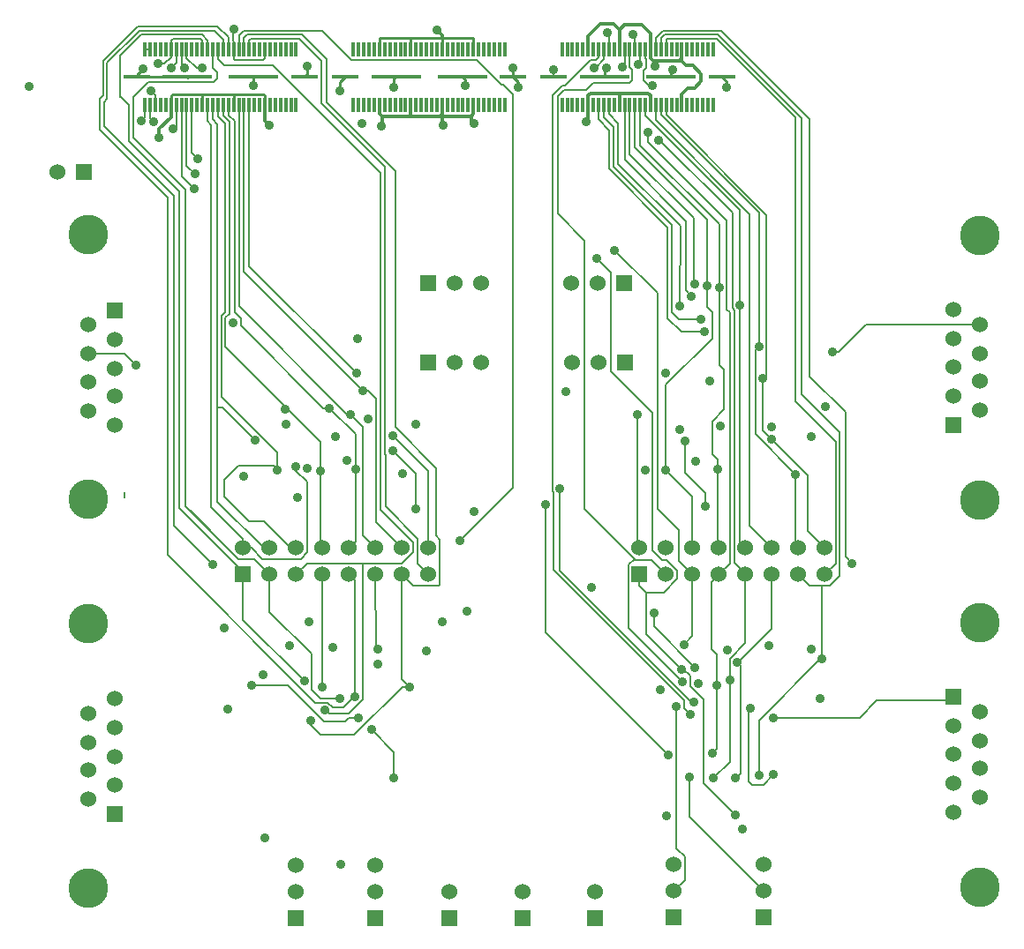
<source format=gbl>
G04 (created by PCBNEW (2013-05-09 BZR 4147)-testing) date 20/07/2013 09:35:41*
%MOIN*%
G04 Gerber Fmt 3.4, Leading zero omitted, Abs format*
%FSLAX34Y34*%
G01*
G70*
G90*
G04 APERTURE LIST*
%ADD10C,0.005906*%
%ADD11R,0.011800X0.057100*%
%ADD12R,0.100000X0.016900*%
%ADD13R,0.185000X0.016900*%
%ADD14C,0.150000*%
%ADD15R,0.060000X0.060000*%
%ADD16C,0.060000*%
%ADD17C,0.035000*%
%ADD18C,0.007000*%
%ADD19C,0.012000*%
%ADD20C,0.010000*%
G04 APERTURE END LIST*
G54D10*
G54D11*
X36496Y-21523D03*
X36496Y-19421D03*
X36693Y-21523D03*
X36693Y-19421D03*
X36889Y-21523D03*
X36889Y-19421D03*
X37086Y-21523D03*
X37086Y-19421D03*
X37283Y-21523D03*
X37283Y-19421D03*
X37480Y-21523D03*
X37480Y-19421D03*
X37677Y-21523D03*
X37677Y-19421D03*
X37874Y-21523D03*
X37874Y-19421D03*
X38070Y-21523D03*
X38070Y-19421D03*
X38267Y-21523D03*
X38267Y-19421D03*
X38464Y-21523D03*
X38464Y-19421D03*
X38661Y-21523D03*
X38661Y-19421D03*
X38858Y-21523D03*
X38858Y-19421D03*
X39055Y-21523D03*
X39055Y-19421D03*
X39252Y-21523D03*
X39252Y-19421D03*
X39448Y-21523D03*
X39448Y-19421D03*
X39645Y-21523D03*
X39645Y-19421D03*
X39842Y-21523D03*
X39842Y-19421D03*
X40039Y-21523D03*
X40039Y-19421D03*
X40236Y-21523D03*
X40236Y-19421D03*
X40433Y-21523D03*
X40433Y-19421D03*
X40630Y-21523D03*
X40630Y-19421D03*
X40826Y-21523D03*
X40826Y-19421D03*
X41023Y-21523D03*
X41023Y-19421D03*
X41220Y-21523D03*
X41220Y-19421D03*
X41417Y-21523D03*
X41417Y-19421D03*
X41614Y-21523D03*
X41614Y-19421D03*
X41811Y-21523D03*
X41811Y-19421D03*
X42007Y-21523D03*
X42007Y-19421D03*
X42204Y-21523D03*
X42204Y-19421D03*
G54D12*
X36175Y-20472D03*
G54D13*
X38100Y-20472D03*
X40600Y-20472D03*
G54D12*
X42525Y-20472D03*
G54D11*
X44370Y-21523D03*
X44370Y-19421D03*
X44567Y-21523D03*
X44567Y-19421D03*
X44763Y-21523D03*
X44763Y-19421D03*
X44960Y-21523D03*
X44960Y-19421D03*
X45157Y-21523D03*
X45157Y-19421D03*
X45354Y-21523D03*
X45354Y-19421D03*
X45551Y-21523D03*
X45551Y-19421D03*
X45748Y-21523D03*
X45748Y-19421D03*
X45944Y-21523D03*
X45944Y-19421D03*
X46141Y-21523D03*
X46141Y-19421D03*
X46338Y-21523D03*
X46338Y-19421D03*
X46535Y-21523D03*
X46535Y-19421D03*
X46732Y-21523D03*
X46732Y-19421D03*
X46929Y-21523D03*
X46929Y-19421D03*
X47126Y-21523D03*
X47126Y-19421D03*
X47322Y-21523D03*
X47322Y-19421D03*
X47519Y-21523D03*
X47519Y-19421D03*
X47716Y-21523D03*
X47716Y-19421D03*
X47913Y-21523D03*
X47913Y-19421D03*
X48110Y-21523D03*
X48110Y-19421D03*
X48307Y-21523D03*
X48307Y-19421D03*
X48504Y-21523D03*
X48504Y-19421D03*
X48700Y-21523D03*
X48700Y-19421D03*
X48897Y-21523D03*
X48897Y-19421D03*
X49094Y-21523D03*
X49094Y-19421D03*
X49291Y-21523D03*
X49291Y-19421D03*
X49488Y-21523D03*
X49488Y-19421D03*
X49685Y-21523D03*
X49685Y-19421D03*
X49881Y-21523D03*
X49881Y-19421D03*
X50078Y-21523D03*
X50078Y-19421D03*
G54D12*
X44049Y-20472D03*
G54D13*
X45974Y-20472D03*
X48474Y-20472D03*
G54D12*
X50399Y-20472D03*
G54D11*
X52244Y-21523D03*
X52244Y-19421D03*
X52441Y-21523D03*
X52441Y-19421D03*
X52637Y-21523D03*
X52637Y-19421D03*
X52834Y-21523D03*
X52834Y-19421D03*
X53031Y-21523D03*
X53031Y-19421D03*
X53228Y-21523D03*
X53228Y-19421D03*
X53425Y-21523D03*
X53425Y-19421D03*
X53622Y-21523D03*
X53622Y-19421D03*
X53818Y-21523D03*
X53818Y-19421D03*
X54015Y-21523D03*
X54015Y-19421D03*
X54212Y-21523D03*
X54212Y-19421D03*
X54409Y-21523D03*
X54409Y-19421D03*
X54606Y-21523D03*
X54606Y-19421D03*
X54803Y-21523D03*
X54803Y-19421D03*
X55000Y-21523D03*
X55000Y-19421D03*
X55196Y-21523D03*
X55196Y-19421D03*
X55393Y-21523D03*
X55393Y-19421D03*
X55590Y-21523D03*
X55590Y-19421D03*
X55787Y-21523D03*
X55787Y-19421D03*
X55984Y-21523D03*
X55984Y-19421D03*
X56181Y-21523D03*
X56181Y-19421D03*
X56378Y-21523D03*
X56378Y-19421D03*
X56574Y-21523D03*
X56574Y-19421D03*
X56771Y-21523D03*
X56771Y-19421D03*
X56968Y-21523D03*
X56968Y-19421D03*
X57165Y-21523D03*
X57165Y-19421D03*
X57362Y-21523D03*
X57362Y-19421D03*
X57559Y-21523D03*
X57559Y-19421D03*
X57755Y-21523D03*
X57755Y-19421D03*
X57952Y-21523D03*
X57952Y-19421D03*
G54D12*
X51923Y-20472D03*
G54D13*
X53848Y-20472D03*
X56348Y-20472D03*
G54D12*
X58273Y-20472D03*
G54D14*
X34342Y-26446D03*
X34342Y-36446D03*
G54D15*
X35342Y-29296D03*
G54D16*
X35342Y-30396D03*
X35342Y-31496D03*
X35342Y-32546D03*
X35342Y-33646D03*
X34342Y-33096D03*
X34342Y-31996D03*
X34342Y-30946D03*
X34342Y-29846D03*
G54D14*
X34342Y-41131D03*
X34342Y-51131D03*
G54D15*
X35342Y-48331D03*
G54D16*
X35342Y-47231D03*
X35342Y-46181D03*
X35342Y-45081D03*
X35342Y-43981D03*
X34342Y-47781D03*
X34342Y-46681D03*
X34342Y-45631D03*
X34342Y-44531D03*
G54D15*
X40200Y-39279D03*
G54D16*
X40200Y-38279D03*
X41200Y-39279D03*
X41200Y-38279D03*
X42200Y-39279D03*
X42200Y-38279D03*
X43200Y-39279D03*
X43200Y-38279D03*
X44200Y-39279D03*
X44200Y-38279D03*
X45200Y-39279D03*
X45200Y-38279D03*
X46200Y-39279D03*
X46200Y-38279D03*
X47200Y-39279D03*
X47200Y-38279D03*
G54D15*
X42204Y-52279D03*
G54D16*
X42204Y-51279D03*
X42204Y-50279D03*
G54D15*
X47200Y-28279D03*
G54D16*
X48200Y-28279D03*
X49200Y-28279D03*
G54D15*
X47200Y-31279D03*
G54D16*
X48200Y-31279D03*
X49200Y-31279D03*
G54D15*
X45196Y-52279D03*
G54D16*
X45196Y-51279D03*
X45196Y-50279D03*
G54D15*
X47992Y-52271D03*
G54D16*
X47992Y-51271D03*
G54D15*
X34200Y-24066D03*
G54D16*
X33200Y-24066D03*
G54D14*
X68019Y-36467D03*
X68019Y-26467D03*
G54D15*
X67019Y-33617D03*
G54D16*
X67019Y-32517D03*
X67019Y-31417D03*
X67019Y-30367D03*
X67019Y-29267D03*
X68019Y-29817D03*
X68019Y-30917D03*
X68019Y-31967D03*
X68019Y-33067D03*
G54D14*
X68019Y-51112D03*
X68019Y-41112D03*
G54D15*
X67019Y-43912D03*
G54D16*
X67019Y-45012D03*
X67019Y-46062D03*
X67019Y-47162D03*
X67019Y-48262D03*
X68019Y-44462D03*
X68019Y-45562D03*
X68019Y-46612D03*
X68019Y-47712D03*
G54D15*
X53503Y-52271D03*
G54D16*
X53503Y-51271D03*
G54D15*
X59842Y-52240D03*
G54D16*
X59842Y-51240D03*
X59842Y-50240D03*
G54D15*
X54622Y-31279D03*
G54D16*
X53622Y-31279D03*
X52622Y-31279D03*
G54D15*
X54582Y-28279D03*
G54D16*
X53582Y-28279D03*
X52582Y-28279D03*
G54D15*
X56456Y-52240D03*
G54D16*
X56456Y-51240D03*
X56456Y-50240D03*
G54D15*
X55161Y-39279D03*
G54D16*
X55161Y-38279D03*
X56161Y-39279D03*
X56161Y-38279D03*
X57161Y-39279D03*
X57161Y-38279D03*
X58161Y-39279D03*
X58161Y-38279D03*
X59161Y-39279D03*
X59161Y-38279D03*
X60161Y-39279D03*
X60161Y-38279D03*
X61161Y-39279D03*
X61161Y-38279D03*
X62161Y-39279D03*
X62161Y-38279D03*
G54D15*
X50748Y-52271D03*
G54D16*
X50748Y-51271D03*
G54D17*
X37992Y-20118D03*
X57237Y-44089D03*
X52171Y-36019D03*
X53472Y-20118D03*
X38385Y-24149D03*
X57495Y-29642D03*
X38370Y-24704D03*
X57616Y-30114D03*
X37499Y-20117D03*
X57093Y-44557D03*
X36811Y-22165D03*
X36353Y-22146D03*
X39842Y-18661D03*
X37001Y-19980D03*
X36141Y-31377D03*
X60214Y-44689D03*
X62440Y-30866D03*
X37035Y-22763D03*
X39622Y-44374D03*
X41196Y-22295D03*
X42263Y-36358D03*
X40236Y-35551D03*
X48661Y-40669D03*
X47716Y-41062D03*
X53346Y-39763D03*
X48937Y-22244D03*
X45433Y-22322D03*
X42677Y-41062D03*
X39488Y-41299D03*
X46220Y-35472D03*
X47527Y-18712D03*
X48937Y-36889D03*
X47751Y-22291D03*
X59047Y-48901D03*
X56200Y-48409D03*
X53161Y-22177D03*
X55771Y-20059D03*
X42204Y-35196D03*
X42510Y-43294D03*
X55075Y-33219D03*
X57133Y-28751D03*
X58788Y-48353D03*
X56763Y-42854D03*
X53543Y-27322D03*
X54519Y-20110D03*
X44251Y-33228D03*
X45295Y-42086D03*
X48382Y-38015D03*
X58805Y-46974D03*
X63188Y-38858D03*
X58858Y-42598D03*
X45857Y-34029D03*
X44476Y-31674D03*
X60165Y-34161D03*
X59821Y-31861D03*
X60216Y-46850D03*
X59370Y-44330D03*
X40646Y-34214D03*
X43858Y-43968D03*
X57244Y-28287D03*
X56774Y-43329D03*
X37562Y-22437D03*
X36720Y-20987D03*
X38484Y-23555D03*
X56692Y-29137D03*
X58468Y-20862D03*
X56433Y-20185D03*
X53937Y-20137D03*
X50393Y-20137D03*
X50590Y-20866D03*
X36417Y-20161D03*
X40590Y-20787D03*
X42637Y-20078D03*
X44685Y-22244D03*
X43858Y-20984D03*
X45905Y-20866D03*
X48602Y-20807D03*
X44133Y-34960D03*
X57401Y-43385D03*
X41023Y-49232D03*
X46712Y-33602D03*
X43700Y-34074D03*
X58228Y-33661D03*
X58503Y-42125D03*
X44527Y-30354D03*
X57283Y-35011D03*
X32118Y-20834D03*
X56692Y-33807D03*
X55374Y-35338D03*
X40944Y-43070D03*
X41952Y-41956D03*
X61984Y-43972D03*
X55948Y-43618D03*
X60039Y-41956D03*
X61649Y-42094D03*
X61653Y-34074D03*
X60169Y-33712D03*
X62204Y-32948D03*
X52381Y-32381D03*
X56161Y-31653D03*
X57838Y-31964D03*
X51933Y-20196D03*
X39830Y-29767D03*
X44921Y-33385D03*
X43582Y-42047D03*
X47125Y-42165D03*
X43897Y-50236D03*
X41811Y-33602D03*
X42637Y-35275D03*
X45295Y-42657D03*
X45039Y-45118D03*
X45905Y-46968D03*
X40511Y-43463D03*
X44562Y-44696D03*
X38668Y-20136D03*
X56249Y-46109D03*
X51622Y-36637D03*
X53945Y-18816D03*
X56567Y-44255D03*
X57052Y-46919D03*
X45843Y-34592D03*
X46732Y-36809D03*
X55720Y-40747D03*
X57264Y-42794D03*
X56905Y-34228D03*
X57657Y-36705D03*
X43464Y-32992D03*
X44447Y-35299D03*
X44434Y-43891D03*
X58955Y-29096D03*
X55893Y-22858D03*
X55657Y-20807D03*
X57948Y-46978D03*
X58574Y-43254D03*
X43117Y-35371D03*
X41775Y-33019D03*
X43177Y-43531D03*
X39062Y-38909D03*
X58109Y-35307D03*
X58187Y-28443D03*
X55123Y-19995D03*
X55500Y-22574D03*
X58075Y-43483D03*
X57922Y-46036D03*
X44724Y-32322D03*
X42751Y-44816D03*
X46496Y-43523D03*
X59678Y-30668D03*
X61056Y-35498D03*
X62052Y-42480D03*
X59693Y-46862D03*
X41505Y-35323D03*
X43279Y-44398D03*
X57708Y-28381D03*
X56166Y-35350D03*
X56839Y-41937D03*
X54925Y-18882D03*
X54231Y-27022D03*
G54D18*
X35710Y-36181D02*
X35710Y-36379D01*
X37874Y-20000D02*
X37992Y-20118D01*
X37874Y-19421D02*
X37874Y-20000D01*
X53515Y-20118D02*
X53818Y-19815D01*
X53818Y-19421D02*
X53818Y-19815D01*
X57138Y-44089D02*
X57237Y-44089D01*
X52171Y-39123D02*
X57138Y-44089D01*
X52171Y-36019D02*
X52171Y-39123D01*
X53472Y-20118D02*
X53515Y-20118D01*
X38070Y-23832D02*
X38385Y-24149D01*
X38070Y-21523D02*
X38070Y-23832D01*
X57495Y-29642D02*
X56658Y-29642D01*
X53818Y-22003D02*
X54185Y-22370D01*
X54185Y-22370D02*
X54185Y-23870D01*
X54185Y-23870D02*
X56397Y-26082D01*
X56397Y-26082D02*
X56397Y-29381D01*
X53818Y-22003D02*
X53818Y-21523D01*
X56658Y-29642D02*
X56397Y-29381D01*
X38370Y-24704D02*
X38358Y-24704D01*
X37874Y-24220D02*
X37874Y-21523D01*
X38358Y-24704D02*
X37874Y-24220D01*
X57616Y-30114D02*
X56764Y-30114D01*
X53622Y-22081D02*
X54027Y-22486D01*
X54027Y-22486D02*
X54027Y-23944D01*
X54027Y-23944D02*
X56236Y-26153D01*
X56236Y-26153D02*
X56236Y-29586D01*
X53622Y-22081D02*
X53622Y-21523D01*
X56764Y-30114D02*
X56236Y-29586D01*
X37677Y-19939D02*
X37677Y-19421D01*
X37499Y-20117D02*
X37677Y-19939D01*
X53622Y-19421D02*
X53622Y-19720D01*
X53327Y-19826D02*
X52344Y-20809D01*
X53515Y-19826D02*
X53327Y-19826D01*
X53622Y-19720D02*
X53515Y-19826D01*
X57093Y-44557D02*
X56863Y-44327D01*
X56863Y-44327D02*
X56863Y-44038D01*
X56863Y-44038D02*
X51926Y-39101D01*
X51926Y-39101D02*
X51926Y-36170D01*
X51926Y-36170D02*
X51891Y-36135D01*
X51891Y-36135D02*
X51891Y-21179D01*
X51891Y-21179D02*
X52261Y-20809D01*
X52261Y-20809D02*
X52344Y-20809D01*
X36693Y-21523D02*
X36693Y-22047D01*
X36693Y-22047D02*
X36811Y-22165D01*
X36353Y-22146D02*
X36496Y-22003D01*
X36496Y-21523D02*
X36496Y-22003D01*
X36496Y-19421D02*
X36693Y-19421D01*
X39842Y-19421D02*
X39838Y-18811D01*
X39838Y-18811D02*
X39842Y-18807D01*
X39842Y-18807D02*
X39842Y-18661D01*
X37480Y-19421D02*
X37480Y-19094D01*
X37480Y-19094D02*
X37547Y-19027D01*
X37547Y-19027D02*
X38583Y-19027D01*
X38583Y-19027D02*
X38583Y-19030D01*
X38583Y-19030D02*
X38661Y-19108D01*
X38661Y-19108D02*
X38661Y-19421D01*
X37001Y-19980D02*
X37223Y-19980D01*
X37223Y-19980D02*
X37480Y-19724D01*
X37480Y-19724D02*
X37480Y-19421D01*
X41023Y-19421D02*
X41023Y-19421D01*
X39842Y-19421D02*
X39842Y-19421D01*
X39842Y-19803D02*
X39842Y-19421D01*
X39881Y-19842D02*
X39842Y-19803D01*
X40944Y-19842D02*
X39881Y-19842D01*
X41023Y-19763D02*
X40944Y-19842D01*
X41023Y-19421D02*
X41023Y-19763D01*
X34342Y-30946D02*
X35709Y-30946D01*
X35709Y-30946D02*
X36141Y-31377D01*
X64251Y-44031D02*
X66901Y-44031D01*
X66901Y-44031D02*
X67019Y-43912D01*
X64263Y-44031D02*
X64251Y-44031D01*
X64251Y-44031D02*
X64134Y-44031D01*
X60214Y-44689D02*
X63475Y-44689D01*
X64134Y-44031D02*
X63475Y-44689D01*
X68019Y-29817D02*
X65263Y-29817D01*
X62440Y-30866D02*
X62677Y-30866D01*
X62677Y-30866D02*
X63725Y-29817D01*
X65263Y-29817D02*
X63725Y-29817D01*
G54D19*
X37480Y-22003D02*
X37035Y-22448D01*
X37480Y-22003D02*
X37480Y-21523D01*
X37035Y-22448D02*
X37035Y-22763D01*
X41023Y-22121D02*
X41023Y-21523D01*
X41023Y-22121D02*
X41196Y-22295D01*
G54D20*
X37543Y-21117D02*
X38661Y-21117D01*
X37480Y-21181D02*
X37543Y-21117D01*
X37480Y-21523D02*
X37480Y-21181D01*
X40960Y-21117D02*
X39842Y-21117D01*
X41023Y-21180D02*
X40960Y-21117D01*
X41023Y-21523D02*
X41023Y-21180D01*
X39842Y-21117D02*
X38661Y-21117D01*
X38661Y-21523D02*
X38661Y-21117D01*
X39842Y-21523D02*
X39842Y-21320D01*
X39842Y-21320D02*
X39842Y-21117D01*
X39842Y-21320D02*
X39842Y-21523D01*
X39842Y-21320D02*
X39842Y-21320D01*
X45200Y-52279D02*
X45196Y-52279D01*
X41023Y-21523D02*
X41023Y-21523D01*
G54D19*
X48814Y-21952D02*
X48814Y-22122D01*
X48814Y-22122D02*
X48937Y-22244D01*
X45472Y-21976D02*
X45472Y-22283D01*
X45472Y-22283D02*
X45433Y-22322D01*
X47716Y-19031D02*
X47716Y-18901D01*
X47716Y-18901D02*
X47527Y-18712D01*
X48897Y-21523D02*
X48897Y-21870D01*
X48814Y-21952D02*
X47716Y-21952D01*
X48897Y-21870D02*
X48814Y-21952D01*
X47716Y-21523D02*
X47716Y-21952D01*
X47716Y-21952D02*
X47716Y-22255D01*
X47716Y-22255D02*
X47751Y-22291D01*
X45354Y-21523D02*
X45354Y-21866D01*
X45464Y-21976D02*
X45472Y-21976D01*
X45472Y-21976D02*
X46586Y-21976D01*
X45354Y-21866D02*
X45464Y-21976D01*
X46535Y-21523D02*
X46535Y-21925D01*
X47716Y-21866D02*
X47716Y-21523D01*
X47606Y-21976D02*
X47716Y-21866D01*
X46586Y-21976D02*
X47606Y-21976D01*
X46535Y-21925D02*
X46586Y-21976D01*
G54D20*
X47716Y-19421D02*
X47716Y-19031D01*
X47716Y-19031D02*
X47716Y-19015D01*
X48897Y-19421D02*
X48897Y-19015D01*
X47716Y-19015D02*
X48897Y-19015D01*
X47716Y-19015D02*
X46535Y-19015D01*
X46535Y-19421D02*
X46535Y-19015D01*
X46535Y-19015D02*
X45354Y-19015D01*
X45354Y-19421D02*
X45354Y-19015D01*
G54D19*
X56771Y-19421D02*
X56771Y-19881D01*
X56771Y-21122D02*
X56771Y-21523D01*
X57000Y-20893D02*
X56771Y-21122D01*
X57251Y-20893D02*
X57000Y-20893D01*
X57503Y-20641D02*
X57251Y-20893D01*
X57503Y-20362D02*
X57503Y-20641D01*
X57177Y-20035D02*
X57503Y-20362D01*
X56925Y-20035D02*
X57177Y-20035D01*
X56771Y-19881D02*
X56925Y-20035D01*
X53228Y-22110D02*
X53161Y-22177D01*
X53228Y-21523D02*
X53228Y-22110D01*
X55732Y-20019D02*
X55771Y-20059D01*
X55732Y-20019D02*
X55732Y-19870D01*
X55590Y-19421D02*
X55590Y-19759D01*
X55590Y-19759D02*
X55700Y-19870D01*
X55700Y-19870D02*
X55732Y-19870D01*
X56771Y-19783D02*
X56771Y-19421D01*
X55732Y-19870D02*
X56685Y-19870D01*
X56685Y-19870D02*
X56771Y-19783D01*
X53228Y-21523D02*
X53228Y-21173D01*
X53307Y-21094D02*
X54488Y-21094D01*
X53228Y-21173D02*
X53307Y-21094D01*
X55590Y-21523D02*
X55590Y-21180D01*
X55590Y-21180D02*
X55503Y-21094D01*
X55503Y-21094D02*
X54488Y-21094D01*
X54409Y-21173D02*
X54409Y-21523D01*
X54488Y-21094D02*
X54409Y-21173D01*
X55590Y-19421D02*
X55590Y-18846D01*
X54598Y-18511D02*
X54409Y-18700D01*
X55255Y-18511D02*
X54598Y-18511D01*
X55590Y-18846D02*
X55255Y-18511D01*
X54409Y-19421D02*
X54409Y-18700D01*
X53228Y-18944D02*
X53228Y-19421D01*
X53700Y-18472D02*
X53228Y-18944D01*
X54181Y-18472D02*
X53700Y-18472D01*
X54409Y-18700D02*
X54181Y-18472D01*
G54D18*
X40200Y-38279D02*
X40200Y-37937D01*
X38858Y-22149D02*
X38996Y-22287D01*
X38996Y-22287D02*
X38996Y-36732D01*
X38858Y-22149D02*
X38858Y-21523D01*
X40200Y-37937D02*
X38996Y-36732D01*
X40513Y-38279D02*
X40200Y-38279D01*
X40920Y-38687D02*
X40513Y-38279D01*
X42373Y-38687D02*
X40920Y-38687D01*
X42626Y-38434D02*
X42373Y-38687D01*
X42626Y-35775D02*
X42626Y-38434D01*
X42204Y-35354D02*
X42626Y-35775D01*
X42204Y-35196D02*
X42204Y-35354D01*
X40200Y-39279D02*
X40200Y-39177D01*
X40200Y-39177D02*
X37795Y-36771D01*
X35570Y-21217D02*
X35587Y-21217D01*
X35587Y-21217D02*
X35905Y-21535D01*
X35905Y-21535D02*
X35905Y-22913D01*
X35905Y-22913D02*
X37795Y-24803D01*
X37795Y-24803D02*
X37795Y-36771D01*
X38858Y-19421D02*
X38858Y-19090D01*
X35570Y-21217D02*
X35570Y-19658D01*
X36350Y-18877D02*
X35570Y-19658D01*
X38645Y-18877D02*
X36350Y-18877D01*
X38858Y-19090D02*
X38645Y-18877D01*
X40066Y-39279D02*
X40200Y-39279D01*
X42510Y-43294D02*
X40200Y-40985D01*
X40200Y-40985D02*
X40200Y-39279D01*
X55075Y-33219D02*
X55075Y-38194D01*
X55161Y-38279D02*
X55075Y-38194D01*
X54606Y-21523D02*
X54606Y-23610D01*
X56929Y-28547D02*
X57133Y-28751D01*
X56929Y-25933D02*
X56929Y-28547D01*
X54606Y-23610D02*
X56929Y-25933D01*
X56763Y-42854D02*
X56830Y-42854D01*
X57598Y-44015D02*
X57598Y-47163D01*
X57086Y-43503D02*
X57598Y-44015D01*
X57086Y-43110D02*
X57086Y-43503D01*
X56830Y-42854D02*
X57086Y-43110D01*
X58788Y-48353D02*
X57598Y-47163D01*
X55161Y-39279D02*
X55161Y-39684D01*
X54608Y-20021D02*
X54606Y-19421D01*
X54519Y-20110D02*
X54608Y-20021D01*
X55434Y-41525D02*
X55434Y-39957D01*
X56763Y-42854D02*
X55434Y-41525D01*
X56076Y-39957D02*
X55434Y-39957D01*
X56590Y-39444D02*
X56076Y-39957D01*
X56590Y-39128D02*
X56590Y-39444D01*
X56195Y-38733D02*
X56590Y-39128D01*
X56017Y-38733D02*
X56195Y-38733D01*
X55661Y-38377D02*
X56017Y-38733D01*
X55661Y-33180D02*
X55661Y-38377D01*
X54097Y-31616D02*
X55661Y-33180D01*
X54097Y-27883D02*
X54097Y-31616D01*
X53543Y-27322D02*
X54097Y-27883D01*
X55434Y-39957D02*
X55161Y-39684D01*
X44727Y-33703D02*
X44251Y-33228D01*
X44727Y-37806D02*
X44727Y-33703D01*
X45200Y-38279D02*
X44727Y-37806D01*
X40039Y-29133D02*
X40039Y-25328D01*
X44133Y-33228D02*
X40039Y-29133D01*
X44251Y-33228D02*
X44133Y-33228D01*
X40039Y-25328D02*
X40039Y-21523D01*
X40039Y-25328D02*
X40039Y-21523D01*
X40039Y-25328D02*
X40039Y-25328D01*
X45210Y-42001D02*
X45295Y-42086D01*
X45200Y-39279D02*
X45210Y-42001D01*
X40039Y-19421D02*
X40039Y-19159D01*
X50402Y-35995D02*
X48382Y-38015D01*
X50402Y-21141D02*
X50402Y-35995D01*
X50033Y-20772D02*
X50402Y-21141D01*
X49943Y-20772D02*
X50033Y-20772D01*
X49018Y-19847D02*
X49943Y-20772D01*
X44300Y-19847D02*
X49018Y-19847D01*
X43179Y-18726D02*
X44300Y-19847D01*
X40210Y-18726D02*
X43179Y-18726D01*
X40039Y-18897D02*
X40210Y-18726D01*
X40039Y-19159D02*
X40039Y-18897D01*
X40039Y-19159D02*
X40039Y-19421D01*
X40039Y-19159D02*
X40039Y-19159D01*
X59329Y-37447D02*
X60161Y-38279D01*
X59329Y-25653D02*
X59329Y-37447D01*
X55787Y-22111D02*
X59329Y-25653D01*
X55787Y-21523D02*
X55787Y-22111D01*
X58858Y-42598D02*
X58897Y-42598D01*
X60161Y-41111D02*
X60161Y-39279D01*
X60161Y-41334D02*
X60161Y-41111D01*
X58897Y-42598D02*
X60161Y-41334D01*
X58976Y-43149D02*
X58976Y-42716D01*
X58976Y-43149D02*
X58976Y-46803D01*
X58976Y-46803D02*
X58805Y-46974D01*
X58976Y-42716D02*
X58858Y-42598D01*
X62940Y-33129D02*
X62940Y-38610D01*
X56051Y-18736D02*
X55787Y-19000D01*
X55787Y-19421D02*
X55787Y-19000D01*
X56051Y-18736D02*
X58177Y-18736D01*
X61598Y-31787D02*
X62940Y-33129D01*
X61598Y-22062D02*
X61598Y-31787D01*
X58271Y-18736D02*
X61598Y-22062D01*
X58271Y-18736D02*
X58177Y-18736D01*
X62940Y-38610D02*
X63188Y-38858D01*
X58952Y-42598D02*
X58858Y-42598D01*
X45857Y-34029D02*
X47200Y-35372D01*
X47200Y-35372D02*
X47200Y-38279D01*
X40433Y-27631D02*
X40433Y-24577D01*
X44476Y-31674D02*
X40433Y-27631D01*
X40433Y-24577D02*
X40433Y-21523D01*
X40433Y-24577D02*
X40433Y-21523D01*
X40433Y-24577D02*
X40433Y-24577D01*
X40433Y-19094D02*
X40433Y-19257D01*
X40496Y-19030D02*
X40433Y-19094D01*
X42320Y-19030D02*
X40496Y-19030D01*
X43149Y-19859D02*
X42320Y-19030D01*
X43149Y-21476D02*
X43149Y-19859D01*
X45551Y-23877D02*
X43149Y-21476D01*
X45551Y-34719D02*
X45551Y-23877D01*
X45574Y-34743D02*
X45551Y-34719D01*
X45574Y-36709D02*
X45574Y-34743D01*
X46795Y-37930D02*
X45574Y-36709D01*
X46795Y-38874D02*
X46795Y-37930D01*
X47200Y-39279D02*
X46795Y-38874D01*
X40433Y-19257D02*
X40433Y-19421D01*
X40433Y-19257D02*
X40433Y-19421D01*
X40433Y-19257D02*
X40433Y-19257D01*
X59821Y-31861D02*
X59821Y-33817D01*
X61523Y-37641D02*
X62161Y-38279D01*
X61523Y-35519D02*
X61523Y-37641D01*
X59821Y-33817D02*
X60165Y-34161D01*
X60165Y-34161D02*
X61523Y-35519D01*
X56181Y-21912D02*
X56181Y-21523D01*
X59967Y-25698D02*
X56181Y-21912D01*
X59967Y-31861D02*
X59967Y-25698D01*
X59967Y-31861D02*
X59821Y-31861D01*
X59842Y-47224D02*
X59429Y-47224D01*
X59842Y-47224D02*
X60216Y-46850D01*
X59291Y-44409D02*
X59291Y-47086D01*
X59370Y-44330D02*
X59291Y-44409D01*
X59429Y-47224D02*
X59291Y-47086D01*
X58078Y-19030D02*
X56181Y-19030D01*
X56181Y-19421D02*
X56181Y-19030D01*
X62161Y-39279D02*
X62577Y-38863D01*
X62577Y-38863D02*
X62577Y-34273D01*
X62577Y-34273D02*
X61051Y-32747D01*
X61051Y-32747D02*
X61051Y-22003D01*
X61051Y-22003D02*
X58078Y-19030D01*
X39236Y-32980D02*
X39413Y-32980D01*
X39413Y-32980D02*
X40646Y-34214D01*
X41200Y-38279D02*
X40980Y-38279D01*
X39236Y-36535D02*
X39236Y-32980D01*
X39236Y-32980D02*
X39236Y-22259D01*
X40980Y-38279D02*
X39236Y-36535D01*
X39055Y-21523D02*
X39055Y-22079D01*
X39055Y-22079D02*
X39236Y-22259D01*
X41200Y-38279D02*
X41192Y-38279D01*
X39055Y-20012D02*
X39055Y-20138D01*
X39055Y-19421D02*
X39055Y-20012D01*
X39232Y-20531D02*
X39101Y-20662D01*
X39232Y-20314D02*
X39232Y-20531D01*
X39055Y-20138D02*
X39232Y-20314D01*
X36653Y-20662D02*
X36621Y-20662D01*
X38031Y-36702D02*
X40020Y-38691D01*
X38031Y-24724D02*
X38031Y-36702D01*
X36062Y-22755D02*
X38031Y-24724D01*
X36062Y-21220D02*
X36062Y-22755D01*
X36621Y-20662D02*
X36062Y-21220D01*
X36646Y-20662D02*
X36653Y-20662D01*
X36653Y-20662D02*
X39101Y-20662D01*
X42790Y-42278D02*
X42790Y-43633D01*
X41200Y-39279D02*
X41200Y-40688D01*
X41200Y-40688D02*
X42790Y-42278D01*
X43125Y-43968D02*
X43858Y-43968D01*
X42790Y-43633D02*
X43125Y-43968D01*
X40612Y-38691D02*
X41200Y-39279D01*
X40020Y-38691D02*
X40612Y-38691D01*
X38208Y-36879D02*
X40020Y-38691D01*
X57230Y-25816D02*
X57230Y-28273D01*
X57230Y-28273D02*
X57244Y-28287D01*
X54803Y-21523D02*
X54803Y-23390D01*
X54803Y-23390D02*
X57230Y-25816D01*
X52316Y-20958D02*
X53163Y-20958D01*
X53437Y-20685D02*
X54803Y-20685D01*
X53163Y-20958D02*
X53437Y-20685D01*
X54977Y-38685D02*
X53082Y-36791D01*
X53082Y-36791D02*
X53082Y-26653D01*
X53082Y-26653D02*
X52078Y-25649D01*
X52078Y-25649D02*
X52078Y-21196D01*
X52078Y-21196D02*
X52316Y-20958D01*
X54895Y-20188D02*
X54803Y-20096D01*
X54803Y-20685D02*
X54895Y-20592D01*
X54895Y-20592D02*
X54895Y-20188D01*
X54803Y-20096D02*
X54803Y-19421D01*
X54756Y-38906D02*
X54977Y-38685D01*
X54756Y-41311D02*
X54756Y-38906D01*
X56774Y-43329D02*
X54756Y-41311D01*
X55616Y-38734D02*
X56161Y-39279D01*
X55025Y-38734D02*
X55616Y-38734D01*
X54977Y-38685D02*
X55025Y-38734D01*
X37677Y-21523D02*
X37681Y-22318D01*
X37681Y-22318D02*
X37562Y-22437D01*
X36889Y-21155D02*
X36720Y-20987D01*
X36889Y-21523D02*
X36889Y-21155D01*
X38267Y-23346D02*
X38267Y-21523D01*
X38267Y-23346D02*
X38484Y-23555D01*
X54015Y-21877D02*
X54366Y-22228D01*
X54366Y-22228D02*
X54366Y-23771D01*
X54366Y-23771D02*
X56708Y-26114D01*
X56708Y-26114D02*
X56692Y-29137D01*
X54015Y-21877D02*
X54015Y-21523D01*
G54D20*
X58468Y-20862D02*
X58468Y-20667D01*
X58468Y-20667D02*
X58273Y-20472D01*
X56348Y-20472D02*
X56348Y-20269D01*
X56348Y-20269D02*
X56433Y-20185D01*
X53848Y-20472D02*
X53848Y-20226D01*
X53848Y-20226D02*
X53937Y-20137D01*
X50393Y-20137D02*
X50393Y-20466D01*
X50393Y-20466D02*
X50399Y-20472D01*
G54D18*
X50393Y-20137D02*
X50387Y-20143D01*
G54D20*
X50387Y-20143D02*
X50393Y-20137D01*
X50590Y-20866D02*
X50590Y-20663D01*
X50590Y-20663D02*
X50399Y-20472D01*
X36175Y-20472D02*
X36175Y-20403D01*
X36175Y-20403D02*
X36417Y-20161D01*
X36175Y-20472D02*
X38100Y-20472D01*
X38100Y-20507D02*
X38100Y-20472D01*
X38135Y-20472D02*
X38100Y-20507D01*
X40590Y-20787D02*
X40590Y-20482D01*
G54D18*
X40600Y-20777D02*
X40590Y-20787D01*
G54D20*
X40590Y-20482D02*
X40600Y-20472D01*
X42637Y-20078D02*
X42637Y-20360D01*
X42637Y-20360D02*
X42525Y-20472D01*
X43858Y-20984D02*
X43858Y-20663D01*
X43858Y-20663D02*
X44049Y-20472D01*
X45905Y-20866D02*
X45905Y-20541D01*
G54D18*
X45974Y-20797D02*
X45905Y-20866D01*
G54D20*
X45905Y-20541D02*
X45974Y-20472D01*
X48602Y-20807D02*
X48602Y-20600D01*
X48602Y-20600D02*
X48474Y-20472D01*
G54D18*
X53848Y-20472D02*
X53232Y-20472D01*
X51923Y-20472D02*
X51923Y-20206D01*
X51923Y-20206D02*
X51933Y-20196D01*
X36175Y-20472D02*
X36220Y-20427D01*
X45905Y-46968D02*
X45905Y-45984D01*
X44562Y-44696D02*
X44192Y-44696D01*
X43255Y-44818D02*
X41900Y-43463D01*
X44070Y-44818D02*
X43255Y-44818D01*
X44192Y-44696D02*
X44070Y-44818D01*
X41900Y-43463D02*
X40511Y-43463D01*
X45905Y-45984D02*
X45039Y-45118D01*
X38070Y-19421D02*
X38070Y-19763D01*
X38443Y-20136D02*
X38070Y-19763D01*
X38668Y-20136D02*
X38443Y-20136D01*
X51622Y-41482D02*
X51622Y-36637D01*
X56249Y-46109D02*
X51622Y-41482D01*
X54015Y-18886D02*
X54015Y-19421D01*
X53945Y-18816D02*
X54015Y-18886D01*
X56567Y-49630D02*
X56567Y-44255D01*
X56877Y-49940D02*
X56567Y-49630D01*
X56877Y-50819D02*
X56877Y-49940D01*
X56456Y-51240D02*
X56877Y-50819D01*
X57052Y-48450D02*
X57052Y-46919D01*
X59842Y-51240D02*
X57052Y-48450D01*
X46732Y-35481D02*
X46732Y-36809D01*
X45843Y-34592D02*
X46732Y-35481D01*
X55720Y-41250D02*
X55720Y-40747D01*
X57264Y-42794D02*
X55720Y-41250D01*
X57657Y-36705D02*
X57657Y-36200D01*
X56905Y-35448D02*
X56905Y-34228D01*
X57657Y-36200D02*
X56905Y-35448D01*
X39645Y-21523D02*
X39645Y-21917D01*
X40118Y-29606D02*
X40118Y-29881D01*
X40118Y-29881D02*
X43228Y-32992D01*
X43228Y-32992D02*
X43464Y-32992D01*
X39877Y-29366D02*
X40118Y-29606D01*
X39877Y-22149D02*
X39877Y-29366D01*
X39645Y-21917D02*
X39877Y-22149D01*
X44447Y-33974D02*
X43464Y-32992D01*
X44447Y-35299D02*
X44447Y-33974D01*
X44447Y-38033D02*
X44447Y-35299D01*
X44200Y-38279D02*
X44447Y-38033D01*
X34929Y-19865D02*
X34929Y-21172D01*
X39645Y-18980D02*
X39232Y-18566D01*
X39232Y-18566D02*
X36228Y-18566D01*
X36228Y-18566D02*
X34929Y-19865D01*
X39645Y-19421D02*
X39645Y-18980D01*
X37362Y-38545D02*
X37358Y-38541D01*
X37362Y-25039D02*
X37362Y-38545D01*
X34803Y-22480D02*
X37362Y-25039D01*
X34803Y-21299D02*
X34803Y-22480D01*
X34929Y-21172D02*
X34803Y-21299D01*
X44391Y-43891D02*
X43980Y-44302D01*
X44391Y-43891D02*
X44434Y-43891D01*
X43980Y-44302D02*
X43579Y-44302D01*
X43579Y-44302D02*
X43395Y-44118D01*
X43395Y-44118D02*
X42935Y-44118D01*
X42935Y-44118D02*
X37358Y-38541D01*
X44434Y-39512D02*
X44200Y-39279D01*
X44434Y-43891D02*
X44434Y-39512D01*
X39645Y-19264D02*
X39645Y-19421D01*
X39645Y-19264D02*
X39645Y-19421D01*
X39645Y-19264D02*
X39645Y-19264D01*
X58955Y-38073D02*
X58955Y-29096D01*
X59161Y-38279D02*
X58955Y-38073D01*
X55393Y-21923D02*
X55393Y-21523D01*
X58955Y-25485D02*
X55393Y-21923D01*
X58955Y-29096D02*
X58955Y-25485D01*
X59161Y-39279D02*
X59161Y-39240D01*
X59161Y-39240D02*
X58756Y-38835D01*
X58574Y-43254D02*
X58574Y-42468D01*
X59161Y-41881D02*
X59161Y-39279D01*
X58574Y-42468D02*
X59161Y-41881D01*
X55657Y-20807D02*
X55507Y-20807D01*
X55393Y-19771D02*
X55393Y-19421D01*
X55417Y-19795D02*
X55393Y-19771D01*
X55417Y-20133D02*
X55417Y-19795D01*
X55314Y-20236D02*
X55417Y-20133D01*
X55314Y-20614D02*
X55314Y-20236D01*
X55507Y-20807D02*
X55314Y-20614D01*
X55893Y-22858D02*
X55917Y-22858D01*
X58675Y-25615D02*
X58675Y-29212D01*
X58675Y-29212D02*
X58756Y-29292D01*
X58756Y-29292D02*
X58756Y-38835D01*
X55917Y-22858D02*
X58675Y-25615D01*
X58553Y-43233D02*
X58574Y-43254D01*
X58574Y-46352D02*
X57948Y-46978D01*
X58574Y-43254D02*
X58574Y-46352D01*
X41775Y-33019D02*
X41775Y-32917D01*
X39448Y-21934D02*
X39688Y-22175D01*
X39688Y-22175D02*
X39688Y-29421D01*
X39688Y-29421D02*
X39535Y-29574D01*
X39535Y-29574D02*
X39535Y-30677D01*
X39448Y-21934D02*
X39448Y-21523D01*
X41775Y-32917D02*
X39535Y-30677D01*
X41775Y-33019D02*
X41878Y-33019D01*
X43117Y-34258D02*
X43117Y-35371D01*
X41878Y-33019D02*
X43117Y-34258D01*
X43117Y-38195D02*
X43117Y-35371D01*
X43200Y-38279D02*
X43117Y-38195D01*
X35069Y-20118D02*
X35069Y-21308D01*
X37598Y-37444D02*
X39062Y-38909D01*
X37598Y-24960D02*
X37598Y-37444D01*
X34960Y-22322D02*
X37598Y-24960D01*
X34960Y-21417D02*
X34960Y-22322D01*
X35069Y-21308D02*
X34960Y-21417D01*
X43200Y-39279D02*
X43200Y-43507D01*
X43200Y-43507D02*
X43177Y-43531D01*
X39011Y-38858D02*
X39062Y-38909D01*
X39448Y-19421D02*
X39448Y-19066D01*
X39448Y-19066D02*
X39106Y-18724D01*
X39106Y-18724D02*
X36279Y-18724D01*
X36279Y-18724D02*
X35069Y-19934D01*
X35069Y-19934D02*
X35069Y-20118D01*
X35069Y-20118D02*
X35069Y-20124D01*
X35069Y-20124D02*
X35069Y-20124D01*
X43200Y-39279D02*
X43200Y-39437D01*
X58358Y-33043D02*
X57909Y-33492D01*
X57909Y-33492D02*
X57909Y-34728D01*
X58358Y-31547D02*
X58358Y-33043D01*
X58187Y-28443D02*
X58187Y-31376D01*
X57909Y-34728D02*
X58109Y-34928D01*
X58187Y-31376D02*
X58358Y-31547D01*
X58109Y-35307D02*
X58109Y-34928D01*
X58187Y-28443D02*
X58187Y-26045D01*
X58187Y-26045D02*
X55196Y-23054D01*
X55196Y-23054D02*
X55196Y-21523D01*
X58109Y-38227D02*
X58109Y-35307D01*
X58161Y-38279D02*
X58109Y-38227D01*
X58075Y-42992D02*
X58075Y-42288D01*
X57874Y-39566D02*
X58161Y-39279D01*
X57874Y-42086D02*
X57874Y-39566D01*
X58075Y-42288D02*
X57874Y-42086D01*
X58075Y-43483D02*
X58075Y-42992D01*
X58075Y-42992D02*
X58075Y-42985D01*
X58579Y-38861D02*
X58579Y-29370D01*
X58161Y-39279D02*
X58579Y-38861D01*
X58579Y-29370D02*
X58467Y-29259D01*
X55500Y-22574D02*
X55500Y-22948D01*
X58467Y-25916D02*
X58467Y-29259D01*
X55123Y-19995D02*
X55196Y-19922D01*
X55196Y-19922D02*
X55196Y-19421D01*
X55500Y-22948D02*
X58467Y-25916D01*
X58161Y-39279D02*
X58075Y-39365D01*
X58075Y-45882D02*
X57922Y-46036D01*
X58075Y-43483D02*
X58075Y-45882D01*
X45236Y-37314D02*
X46200Y-38279D01*
X45236Y-32637D02*
X45236Y-37314D01*
X44921Y-32322D02*
X45236Y-32637D01*
X44724Y-32322D02*
X44921Y-32322D01*
X40236Y-27834D02*
X40236Y-24679D01*
X44724Y-32322D02*
X40236Y-27834D01*
X40236Y-24679D02*
X40236Y-21523D01*
X40236Y-24678D02*
X40236Y-21523D01*
X40236Y-24679D02*
X40236Y-24678D01*
X45944Y-24035D02*
X45944Y-33700D01*
X40236Y-19202D02*
X40236Y-18984D01*
X40236Y-18984D02*
X40342Y-18877D01*
X40342Y-18877D02*
X42421Y-18877D01*
X42421Y-18877D02*
X43346Y-19803D01*
X43346Y-19803D02*
X43346Y-21437D01*
X43346Y-21437D02*
X45944Y-24035D01*
X47500Y-37814D02*
X47637Y-37952D01*
X47637Y-37952D02*
X47637Y-39665D01*
X47637Y-39665D02*
X47598Y-39704D01*
X47598Y-39704D02*
X46625Y-39704D01*
X46625Y-39704D02*
X46200Y-39279D01*
X47500Y-35255D02*
X47500Y-37814D01*
X45944Y-33700D02*
X47500Y-35255D01*
X42751Y-44816D02*
X42751Y-44983D01*
X46220Y-43523D02*
X46496Y-43523D01*
X44405Y-45338D02*
X46220Y-43523D01*
X43106Y-45338D02*
X44405Y-45338D01*
X42751Y-44983D02*
X43106Y-45338D01*
X46200Y-43228D02*
X46496Y-43523D01*
X46200Y-39279D02*
X46200Y-43228D01*
X40236Y-19421D02*
X40236Y-19202D01*
X40236Y-19203D02*
X40236Y-19421D01*
X40236Y-19202D02*
X40236Y-19203D01*
X55984Y-21523D02*
X55984Y-21914D01*
X59678Y-25608D02*
X59678Y-30668D01*
X55984Y-21914D02*
X59678Y-25608D01*
X61056Y-38174D02*
X61161Y-38279D01*
X61056Y-35498D02*
X61056Y-38174D01*
X59540Y-33982D02*
X61056Y-35498D01*
X59540Y-30805D02*
X59540Y-33982D01*
X59678Y-30668D02*
X59540Y-30805D01*
X56122Y-18878D02*
X58137Y-18878D01*
X55984Y-19421D02*
X55984Y-19016D01*
X55984Y-19016D02*
X56122Y-18878D01*
X61279Y-32458D02*
X62717Y-33896D01*
X62717Y-33896D02*
X62717Y-39327D01*
X62717Y-39327D02*
X62343Y-39702D01*
X62343Y-39702D02*
X62052Y-39702D01*
X61279Y-22020D02*
X61279Y-32458D01*
X58137Y-18878D02*
X61279Y-22020D01*
X59693Y-44787D02*
X59693Y-46862D01*
X62000Y-42480D02*
X59693Y-44787D01*
X62052Y-42480D02*
X62000Y-42480D01*
X62052Y-39702D02*
X62052Y-42480D01*
X61583Y-39702D02*
X61161Y-39279D01*
X62052Y-39702D02*
X61583Y-39702D01*
X42200Y-38279D02*
X41984Y-38279D01*
X41356Y-35173D02*
X41505Y-35323D01*
X40019Y-35173D02*
X41356Y-35173D01*
X39488Y-35704D02*
X40019Y-35173D01*
X39488Y-36330D02*
X39488Y-35704D01*
X40433Y-37275D02*
X39488Y-36330D01*
X40980Y-37275D02*
X40433Y-37275D01*
X41984Y-38279D02*
X40980Y-37275D01*
X39252Y-21523D02*
X39252Y-21980D01*
X39385Y-29488D02*
X39385Y-32556D01*
X39515Y-29358D02*
X39385Y-29488D01*
X39515Y-22244D02*
X39515Y-29358D01*
X39252Y-21980D02*
X39515Y-22244D01*
X41505Y-34677D02*
X39385Y-32556D01*
X41505Y-35323D02*
X41505Y-34677D01*
X43279Y-44398D02*
X43304Y-44398D01*
X44714Y-44012D02*
X44714Y-38873D01*
X44187Y-44539D02*
X44714Y-44012D01*
X43444Y-44539D02*
X44187Y-44539D01*
X43304Y-44398D02*
X43444Y-44539D01*
X39252Y-19421D02*
X39252Y-19787D01*
X41311Y-20019D02*
X45396Y-24104D01*
X45396Y-24104D02*
X45396Y-36836D01*
X45396Y-36836D02*
X46620Y-38061D01*
X46620Y-38061D02*
X46620Y-38432D01*
X46620Y-38432D02*
X46180Y-38873D01*
X46180Y-38873D02*
X44714Y-38873D01*
X39252Y-19787D02*
X39484Y-20019D01*
X39484Y-20019D02*
X41311Y-20019D01*
X42607Y-38873D02*
X42200Y-39279D01*
X44714Y-38873D02*
X42607Y-38873D01*
X57913Y-29377D02*
X57913Y-30362D01*
X56166Y-32109D02*
X56166Y-35350D01*
X57913Y-30362D02*
X56166Y-32109D01*
X57708Y-28381D02*
X57708Y-29173D01*
X57708Y-29173D02*
X57913Y-29377D01*
X55000Y-21523D02*
X55000Y-23150D01*
X57708Y-25858D02*
X57708Y-28381D01*
X55000Y-23150D02*
X57708Y-25858D01*
X57161Y-36345D02*
X57161Y-38279D01*
X56166Y-35350D02*
X57161Y-36345D01*
X54231Y-27022D02*
X55857Y-28649D01*
X57161Y-39279D02*
X57161Y-41616D01*
X57161Y-41616D02*
X56839Y-41937D01*
X55000Y-18957D02*
X54925Y-18882D01*
X55000Y-19421D02*
X55000Y-18957D01*
X56661Y-38779D02*
X57161Y-39279D01*
X56661Y-37610D02*
X56661Y-38779D01*
X55857Y-36806D02*
X56661Y-37610D01*
X55857Y-28649D02*
X55857Y-36806D01*
M02*

</source>
